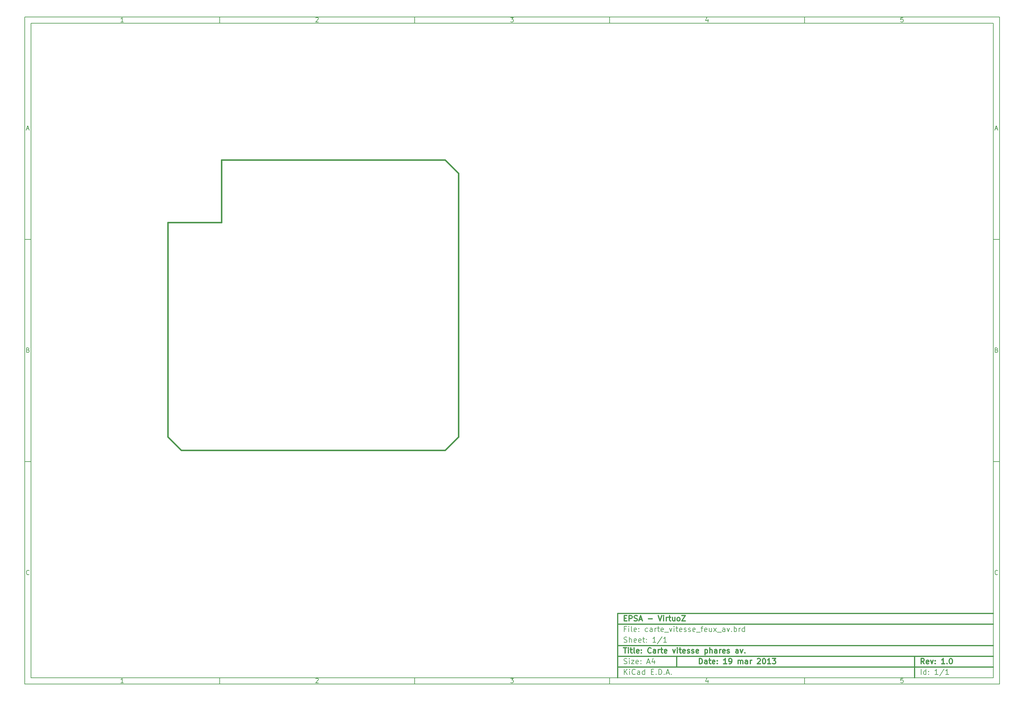
<source format=gbr>
G04 (created by PCBNEW-RS274X (2012-01-19 BZR 3256)-stable) date 19/03/2013 15:01:36*
G01*
G70*
G90*
%MOIN*%
G04 Gerber Fmt 3.4, Leading zero omitted, Abs format*
%FSLAX34Y34*%
G04 APERTURE LIST*
%ADD10C,0.006000*%
%ADD11C,0.012000*%
%ADD12C,0.015000*%
G04 APERTURE END LIST*
G54D10*
X04000Y-04000D02*
X113000Y-04000D01*
X113000Y-78670D01*
X04000Y-78670D01*
X04000Y-04000D01*
X04700Y-04700D02*
X112300Y-04700D01*
X112300Y-77970D01*
X04700Y-77970D01*
X04700Y-04700D01*
X25800Y-04000D02*
X25800Y-04700D01*
X15043Y-04552D02*
X14757Y-04552D01*
X14900Y-04552D02*
X14900Y-04052D01*
X14852Y-04124D01*
X14805Y-04171D01*
X14757Y-04195D01*
X25800Y-78670D02*
X25800Y-77970D01*
X15043Y-78522D02*
X14757Y-78522D01*
X14900Y-78522D02*
X14900Y-78022D01*
X14852Y-78094D01*
X14805Y-78141D01*
X14757Y-78165D01*
X47600Y-04000D02*
X47600Y-04700D01*
X36557Y-04100D02*
X36581Y-04076D01*
X36629Y-04052D01*
X36748Y-04052D01*
X36795Y-04076D01*
X36819Y-04100D01*
X36843Y-04148D01*
X36843Y-04195D01*
X36819Y-04267D01*
X36533Y-04552D01*
X36843Y-04552D01*
X47600Y-78670D02*
X47600Y-77970D01*
X36557Y-78070D02*
X36581Y-78046D01*
X36629Y-78022D01*
X36748Y-78022D01*
X36795Y-78046D01*
X36819Y-78070D01*
X36843Y-78118D01*
X36843Y-78165D01*
X36819Y-78237D01*
X36533Y-78522D01*
X36843Y-78522D01*
X69400Y-04000D02*
X69400Y-04700D01*
X58333Y-04052D02*
X58643Y-04052D01*
X58476Y-04243D01*
X58548Y-04243D01*
X58595Y-04267D01*
X58619Y-04290D01*
X58643Y-04338D01*
X58643Y-04457D01*
X58619Y-04505D01*
X58595Y-04529D01*
X58548Y-04552D01*
X58405Y-04552D01*
X58357Y-04529D01*
X58333Y-04505D01*
X69400Y-78670D02*
X69400Y-77970D01*
X58333Y-78022D02*
X58643Y-78022D01*
X58476Y-78213D01*
X58548Y-78213D01*
X58595Y-78237D01*
X58619Y-78260D01*
X58643Y-78308D01*
X58643Y-78427D01*
X58619Y-78475D01*
X58595Y-78499D01*
X58548Y-78522D01*
X58405Y-78522D01*
X58357Y-78499D01*
X58333Y-78475D01*
X91200Y-04000D02*
X91200Y-04700D01*
X80395Y-04219D02*
X80395Y-04552D01*
X80276Y-04029D02*
X80157Y-04386D01*
X80467Y-04386D01*
X91200Y-78670D02*
X91200Y-77970D01*
X80395Y-78189D02*
X80395Y-78522D01*
X80276Y-77999D02*
X80157Y-78356D01*
X80467Y-78356D01*
X102219Y-04052D02*
X101981Y-04052D01*
X101957Y-04290D01*
X101981Y-04267D01*
X102029Y-04243D01*
X102148Y-04243D01*
X102195Y-04267D01*
X102219Y-04290D01*
X102243Y-04338D01*
X102243Y-04457D01*
X102219Y-04505D01*
X102195Y-04529D01*
X102148Y-04552D01*
X102029Y-04552D01*
X101981Y-04529D01*
X101957Y-04505D01*
X102219Y-78022D02*
X101981Y-78022D01*
X101957Y-78260D01*
X101981Y-78237D01*
X102029Y-78213D01*
X102148Y-78213D01*
X102195Y-78237D01*
X102219Y-78260D01*
X102243Y-78308D01*
X102243Y-78427D01*
X102219Y-78475D01*
X102195Y-78499D01*
X102148Y-78522D01*
X102029Y-78522D01*
X101981Y-78499D01*
X101957Y-78475D01*
X04000Y-28890D02*
X04700Y-28890D01*
X04231Y-16510D02*
X04469Y-16510D01*
X04184Y-16652D02*
X04350Y-16152D01*
X04517Y-16652D01*
X113000Y-28890D02*
X112300Y-28890D01*
X112531Y-16510D02*
X112769Y-16510D01*
X112484Y-16652D02*
X112650Y-16152D01*
X112817Y-16652D01*
X04000Y-53780D02*
X04700Y-53780D01*
X04386Y-41280D02*
X04457Y-41304D01*
X04481Y-41328D01*
X04505Y-41376D01*
X04505Y-41447D01*
X04481Y-41495D01*
X04457Y-41519D01*
X04410Y-41542D01*
X04219Y-41542D01*
X04219Y-41042D01*
X04386Y-41042D01*
X04433Y-41066D01*
X04457Y-41090D01*
X04481Y-41138D01*
X04481Y-41185D01*
X04457Y-41233D01*
X04433Y-41257D01*
X04386Y-41280D01*
X04219Y-41280D01*
X113000Y-53780D02*
X112300Y-53780D01*
X112686Y-41280D02*
X112757Y-41304D01*
X112781Y-41328D01*
X112805Y-41376D01*
X112805Y-41447D01*
X112781Y-41495D01*
X112757Y-41519D01*
X112710Y-41542D01*
X112519Y-41542D01*
X112519Y-41042D01*
X112686Y-41042D01*
X112733Y-41066D01*
X112757Y-41090D01*
X112781Y-41138D01*
X112781Y-41185D01*
X112757Y-41233D01*
X112733Y-41257D01*
X112686Y-41280D01*
X112519Y-41280D01*
X04505Y-66385D02*
X04481Y-66409D01*
X04410Y-66432D01*
X04362Y-66432D01*
X04290Y-66409D01*
X04243Y-66361D01*
X04219Y-66313D01*
X04195Y-66218D01*
X04195Y-66147D01*
X04219Y-66051D01*
X04243Y-66004D01*
X04290Y-65956D01*
X04362Y-65932D01*
X04410Y-65932D01*
X04481Y-65956D01*
X04505Y-65980D01*
X112805Y-66385D02*
X112781Y-66409D01*
X112710Y-66432D01*
X112662Y-66432D01*
X112590Y-66409D01*
X112543Y-66361D01*
X112519Y-66313D01*
X112495Y-66218D01*
X112495Y-66147D01*
X112519Y-66051D01*
X112543Y-66004D01*
X112590Y-65956D01*
X112662Y-65932D01*
X112710Y-65932D01*
X112781Y-65956D01*
X112805Y-65980D01*
G54D11*
X79443Y-76413D02*
X79443Y-75813D01*
X79586Y-75813D01*
X79671Y-75841D01*
X79729Y-75899D01*
X79757Y-75956D01*
X79786Y-76070D01*
X79786Y-76156D01*
X79757Y-76270D01*
X79729Y-76327D01*
X79671Y-76384D01*
X79586Y-76413D01*
X79443Y-76413D01*
X80300Y-76413D02*
X80300Y-76099D01*
X80271Y-76041D01*
X80214Y-76013D01*
X80100Y-76013D01*
X80043Y-76041D01*
X80300Y-76384D02*
X80243Y-76413D01*
X80100Y-76413D01*
X80043Y-76384D01*
X80014Y-76327D01*
X80014Y-76270D01*
X80043Y-76213D01*
X80100Y-76184D01*
X80243Y-76184D01*
X80300Y-76156D01*
X80500Y-76013D02*
X80729Y-76013D01*
X80586Y-75813D02*
X80586Y-76327D01*
X80614Y-76384D01*
X80672Y-76413D01*
X80729Y-76413D01*
X81157Y-76384D02*
X81100Y-76413D01*
X80986Y-76413D01*
X80929Y-76384D01*
X80900Y-76327D01*
X80900Y-76099D01*
X80929Y-76041D01*
X80986Y-76013D01*
X81100Y-76013D01*
X81157Y-76041D01*
X81186Y-76099D01*
X81186Y-76156D01*
X80900Y-76213D01*
X81443Y-76356D02*
X81471Y-76384D01*
X81443Y-76413D01*
X81414Y-76384D01*
X81443Y-76356D01*
X81443Y-76413D01*
X81443Y-76041D02*
X81471Y-76070D01*
X81443Y-76099D01*
X81414Y-76070D01*
X81443Y-76041D01*
X81443Y-76099D01*
X82500Y-76413D02*
X82157Y-76413D01*
X82329Y-76413D02*
X82329Y-75813D01*
X82272Y-75899D01*
X82214Y-75956D01*
X82157Y-75984D01*
X82785Y-76413D02*
X82900Y-76413D01*
X82957Y-76384D01*
X82985Y-76356D01*
X83043Y-76270D01*
X83071Y-76156D01*
X83071Y-75927D01*
X83043Y-75870D01*
X83014Y-75841D01*
X82957Y-75813D01*
X82843Y-75813D01*
X82785Y-75841D01*
X82757Y-75870D01*
X82728Y-75927D01*
X82728Y-76070D01*
X82757Y-76127D01*
X82785Y-76156D01*
X82843Y-76184D01*
X82957Y-76184D01*
X83014Y-76156D01*
X83043Y-76127D01*
X83071Y-76070D01*
X83785Y-76413D02*
X83785Y-76013D01*
X83785Y-76070D02*
X83813Y-76041D01*
X83871Y-76013D01*
X83956Y-76013D01*
X84013Y-76041D01*
X84042Y-76099D01*
X84042Y-76413D01*
X84042Y-76099D02*
X84071Y-76041D01*
X84128Y-76013D01*
X84213Y-76013D01*
X84271Y-76041D01*
X84299Y-76099D01*
X84299Y-76413D01*
X84842Y-76413D02*
X84842Y-76099D01*
X84813Y-76041D01*
X84756Y-76013D01*
X84642Y-76013D01*
X84585Y-76041D01*
X84842Y-76384D02*
X84785Y-76413D01*
X84642Y-76413D01*
X84585Y-76384D01*
X84556Y-76327D01*
X84556Y-76270D01*
X84585Y-76213D01*
X84642Y-76184D01*
X84785Y-76184D01*
X84842Y-76156D01*
X85128Y-76413D02*
X85128Y-76013D01*
X85128Y-76127D02*
X85156Y-76070D01*
X85185Y-76041D01*
X85242Y-76013D01*
X85299Y-76013D01*
X85927Y-75870D02*
X85956Y-75841D01*
X86013Y-75813D01*
X86156Y-75813D01*
X86213Y-75841D01*
X86242Y-75870D01*
X86270Y-75927D01*
X86270Y-75984D01*
X86242Y-76070D01*
X85899Y-76413D01*
X86270Y-76413D01*
X86641Y-75813D02*
X86698Y-75813D01*
X86755Y-75841D01*
X86784Y-75870D01*
X86813Y-75927D01*
X86841Y-76041D01*
X86841Y-76184D01*
X86813Y-76299D01*
X86784Y-76356D01*
X86755Y-76384D01*
X86698Y-76413D01*
X86641Y-76413D01*
X86584Y-76384D01*
X86555Y-76356D01*
X86527Y-76299D01*
X86498Y-76184D01*
X86498Y-76041D01*
X86527Y-75927D01*
X86555Y-75870D01*
X86584Y-75841D01*
X86641Y-75813D01*
X87412Y-76413D02*
X87069Y-76413D01*
X87241Y-76413D02*
X87241Y-75813D01*
X87184Y-75899D01*
X87126Y-75956D01*
X87069Y-75984D01*
X87612Y-75813D02*
X87983Y-75813D01*
X87783Y-76041D01*
X87869Y-76041D01*
X87926Y-76070D01*
X87955Y-76099D01*
X87983Y-76156D01*
X87983Y-76299D01*
X87955Y-76356D01*
X87926Y-76384D01*
X87869Y-76413D01*
X87697Y-76413D01*
X87640Y-76384D01*
X87612Y-76356D01*
G54D10*
X71043Y-77613D02*
X71043Y-77013D01*
X71386Y-77613D02*
X71129Y-77270D01*
X71386Y-77013D02*
X71043Y-77356D01*
X71643Y-77613D02*
X71643Y-77213D01*
X71643Y-77013D02*
X71614Y-77041D01*
X71643Y-77070D01*
X71671Y-77041D01*
X71643Y-77013D01*
X71643Y-77070D01*
X72272Y-77556D02*
X72243Y-77584D01*
X72157Y-77613D01*
X72100Y-77613D01*
X72015Y-77584D01*
X71957Y-77527D01*
X71929Y-77470D01*
X71900Y-77356D01*
X71900Y-77270D01*
X71929Y-77156D01*
X71957Y-77099D01*
X72015Y-77041D01*
X72100Y-77013D01*
X72157Y-77013D01*
X72243Y-77041D01*
X72272Y-77070D01*
X72786Y-77613D02*
X72786Y-77299D01*
X72757Y-77241D01*
X72700Y-77213D01*
X72586Y-77213D01*
X72529Y-77241D01*
X72786Y-77584D02*
X72729Y-77613D01*
X72586Y-77613D01*
X72529Y-77584D01*
X72500Y-77527D01*
X72500Y-77470D01*
X72529Y-77413D01*
X72586Y-77384D01*
X72729Y-77384D01*
X72786Y-77356D01*
X73329Y-77613D02*
X73329Y-77013D01*
X73329Y-77584D02*
X73272Y-77613D01*
X73158Y-77613D01*
X73100Y-77584D01*
X73072Y-77556D01*
X73043Y-77499D01*
X73043Y-77327D01*
X73072Y-77270D01*
X73100Y-77241D01*
X73158Y-77213D01*
X73272Y-77213D01*
X73329Y-77241D01*
X74072Y-77299D02*
X74272Y-77299D01*
X74358Y-77613D02*
X74072Y-77613D01*
X74072Y-77013D01*
X74358Y-77013D01*
X74615Y-77556D02*
X74643Y-77584D01*
X74615Y-77613D01*
X74586Y-77584D01*
X74615Y-77556D01*
X74615Y-77613D01*
X74901Y-77613D02*
X74901Y-77013D01*
X75044Y-77013D01*
X75129Y-77041D01*
X75187Y-77099D01*
X75215Y-77156D01*
X75244Y-77270D01*
X75244Y-77356D01*
X75215Y-77470D01*
X75187Y-77527D01*
X75129Y-77584D01*
X75044Y-77613D01*
X74901Y-77613D01*
X75501Y-77556D02*
X75529Y-77584D01*
X75501Y-77613D01*
X75472Y-77584D01*
X75501Y-77556D01*
X75501Y-77613D01*
X75758Y-77441D02*
X76044Y-77441D01*
X75701Y-77613D02*
X75901Y-77013D01*
X76101Y-77613D01*
X76301Y-77556D02*
X76329Y-77584D01*
X76301Y-77613D01*
X76272Y-77584D01*
X76301Y-77556D01*
X76301Y-77613D01*
G54D11*
X104586Y-76413D02*
X104386Y-76127D01*
X104243Y-76413D02*
X104243Y-75813D01*
X104471Y-75813D01*
X104529Y-75841D01*
X104557Y-75870D01*
X104586Y-75927D01*
X104586Y-76013D01*
X104557Y-76070D01*
X104529Y-76099D01*
X104471Y-76127D01*
X104243Y-76127D01*
X105071Y-76384D02*
X105014Y-76413D01*
X104900Y-76413D01*
X104843Y-76384D01*
X104814Y-76327D01*
X104814Y-76099D01*
X104843Y-76041D01*
X104900Y-76013D01*
X105014Y-76013D01*
X105071Y-76041D01*
X105100Y-76099D01*
X105100Y-76156D01*
X104814Y-76213D01*
X105300Y-76013D02*
X105443Y-76413D01*
X105585Y-76013D01*
X105814Y-76356D02*
X105842Y-76384D01*
X105814Y-76413D01*
X105785Y-76384D01*
X105814Y-76356D01*
X105814Y-76413D01*
X105814Y-76041D02*
X105842Y-76070D01*
X105814Y-76099D01*
X105785Y-76070D01*
X105814Y-76041D01*
X105814Y-76099D01*
X106871Y-76413D02*
X106528Y-76413D01*
X106700Y-76413D02*
X106700Y-75813D01*
X106643Y-75899D01*
X106585Y-75956D01*
X106528Y-75984D01*
X107128Y-76356D02*
X107156Y-76384D01*
X107128Y-76413D01*
X107099Y-76384D01*
X107128Y-76356D01*
X107128Y-76413D01*
X107528Y-75813D02*
X107585Y-75813D01*
X107642Y-75841D01*
X107671Y-75870D01*
X107700Y-75927D01*
X107728Y-76041D01*
X107728Y-76184D01*
X107700Y-76299D01*
X107671Y-76356D01*
X107642Y-76384D01*
X107585Y-76413D01*
X107528Y-76413D01*
X107471Y-76384D01*
X107442Y-76356D01*
X107414Y-76299D01*
X107385Y-76184D01*
X107385Y-76041D01*
X107414Y-75927D01*
X107442Y-75870D01*
X107471Y-75841D01*
X107528Y-75813D01*
G54D10*
X71014Y-76384D02*
X71100Y-76413D01*
X71243Y-76413D01*
X71300Y-76384D01*
X71329Y-76356D01*
X71357Y-76299D01*
X71357Y-76241D01*
X71329Y-76184D01*
X71300Y-76156D01*
X71243Y-76127D01*
X71129Y-76099D01*
X71071Y-76070D01*
X71043Y-76041D01*
X71014Y-75984D01*
X71014Y-75927D01*
X71043Y-75870D01*
X71071Y-75841D01*
X71129Y-75813D01*
X71271Y-75813D01*
X71357Y-75841D01*
X71614Y-76413D02*
X71614Y-76013D01*
X71614Y-75813D02*
X71585Y-75841D01*
X71614Y-75870D01*
X71642Y-75841D01*
X71614Y-75813D01*
X71614Y-75870D01*
X71843Y-76013D02*
X72157Y-76013D01*
X71843Y-76413D01*
X72157Y-76413D01*
X72614Y-76384D02*
X72557Y-76413D01*
X72443Y-76413D01*
X72386Y-76384D01*
X72357Y-76327D01*
X72357Y-76099D01*
X72386Y-76041D01*
X72443Y-76013D01*
X72557Y-76013D01*
X72614Y-76041D01*
X72643Y-76099D01*
X72643Y-76156D01*
X72357Y-76213D01*
X72900Y-76356D02*
X72928Y-76384D01*
X72900Y-76413D01*
X72871Y-76384D01*
X72900Y-76356D01*
X72900Y-76413D01*
X72900Y-76041D02*
X72928Y-76070D01*
X72900Y-76099D01*
X72871Y-76070D01*
X72900Y-76041D01*
X72900Y-76099D01*
X73614Y-76241D02*
X73900Y-76241D01*
X73557Y-76413D02*
X73757Y-75813D01*
X73957Y-76413D01*
X74414Y-76013D02*
X74414Y-76413D01*
X74271Y-75784D02*
X74128Y-76213D01*
X74500Y-76213D01*
X104243Y-77613D02*
X104243Y-77013D01*
X104786Y-77613D02*
X104786Y-77013D01*
X104786Y-77584D02*
X104729Y-77613D01*
X104615Y-77613D01*
X104557Y-77584D01*
X104529Y-77556D01*
X104500Y-77499D01*
X104500Y-77327D01*
X104529Y-77270D01*
X104557Y-77241D01*
X104615Y-77213D01*
X104729Y-77213D01*
X104786Y-77241D01*
X105072Y-77556D02*
X105100Y-77584D01*
X105072Y-77613D01*
X105043Y-77584D01*
X105072Y-77556D01*
X105072Y-77613D01*
X105072Y-77241D02*
X105100Y-77270D01*
X105072Y-77299D01*
X105043Y-77270D01*
X105072Y-77241D01*
X105072Y-77299D01*
X106129Y-77613D02*
X105786Y-77613D01*
X105958Y-77613D02*
X105958Y-77013D01*
X105901Y-77099D01*
X105843Y-77156D01*
X105786Y-77184D01*
X106814Y-76984D02*
X106300Y-77756D01*
X107329Y-77613D02*
X106986Y-77613D01*
X107158Y-77613D02*
X107158Y-77013D01*
X107101Y-77099D01*
X107043Y-77156D01*
X106986Y-77184D01*
G54D11*
X70957Y-74613D02*
X71300Y-74613D01*
X71129Y-75213D02*
X71129Y-74613D01*
X71500Y-75213D02*
X71500Y-74813D01*
X71500Y-74613D02*
X71471Y-74641D01*
X71500Y-74670D01*
X71528Y-74641D01*
X71500Y-74613D01*
X71500Y-74670D01*
X71700Y-74813D02*
X71929Y-74813D01*
X71786Y-74613D02*
X71786Y-75127D01*
X71814Y-75184D01*
X71872Y-75213D01*
X71929Y-75213D01*
X72215Y-75213D02*
X72157Y-75184D01*
X72129Y-75127D01*
X72129Y-74613D01*
X72671Y-75184D02*
X72614Y-75213D01*
X72500Y-75213D01*
X72443Y-75184D01*
X72414Y-75127D01*
X72414Y-74899D01*
X72443Y-74841D01*
X72500Y-74813D01*
X72614Y-74813D01*
X72671Y-74841D01*
X72700Y-74899D01*
X72700Y-74956D01*
X72414Y-75013D01*
X72957Y-75156D02*
X72985Y-75184D01*
X72957Y-75213D01*
X72928Y-75184D01*
X72957Y-75156D01*
X72957Y-75213D01*
X72957Y-74841D02*
X72985Y-74870D01*
X72957Y-74899D01*
X72928Y-74870D01*
X72957Y-74841D01*
X72957Y-74899D01*
X74043Y-75156D02*
X74014Y-75184D01*
X73928Y-75213D01*
X73871Y-75213D01*
X73786Y-75184D01*
X73728Y-75127D01*
X73700Y-75070D01*
X73671Y-74956D01*
X73671Y-74870D01*
X73700Y-74756D01*
X73728Y-74699D01*
X73786Y-74641D01*
X73871Y-74613D01*
X73928Y-74613D01*
X74014Y-74641D01*
X74043Y-74670D01*
X74557Y-75213D02*
X74557Y-74899D01*
X74528Y-74841D01*
X74471Y-74813D01*
X74357Y-74813D01*
X74300Y-74841D01*
X74557Y-75184D02*
X74500Y-75213D01*
X74357Y-75213D01*
X74300Y-75184D01*
X74271Y-75127D01*
X74271Y-75070D01*
X74300Y-75013D01*
X74357Y-74984D01*
X74500Y-74984D01*
X74557Y-74956D01*
X74843Y-75213D02*
X74843Y-74813D01*
X74843Y-74927D02*
X74871Y-74870D01*
X74900Y-74841D01*
X74957Y-74813D01*
X75014Y-74813D01*
X75128Y-74813D02*
X75357Y-74813D01*
X75214Y-74613D02*
X75214Y-75127D01*
X75242Y-75184D01*
X75300Y-75213D01*
X75357Y-75213D01*
X75785Y-75184D02*
X75728Y-75213D01*
X75614Y-75213D01*
X75557Y-75184D01*
X75528Y-75127D01*
X75528Y-74899D01*
X75557Y-74841D01*
X75614Y-74813D01*
X75728Y-74813D01*
X75785Y-74841D01*
X75814Y-74899D01*
X75814Y-74956D01*
X75528Y-75013D01*
X76471Y-74813D02*
X76614Y-75213D01*
X76756Y-74813D01*
X76985Y-75213D02*
X76985Y-74813D01*
X76985Y-74613D02*
X76956Y-74641D01*
X76985Y-74670D01*
X77013Y-74641D01*
X76985Y-74613D01*
X76985Y-74670D01*
X77185Y-74813D02*
X77414Y-74813D01*
X77271Y-74613D02*
X77271Y-75127D01*
X77299Y-75184D01*
X77357Y-75213D01*
X77414Y-75213D01*
X77842Y-75184D02*
X77785Y-75213D01*
X77671Y-75213D01*
X77614Y-75184D01*
X77585Y-75127D01*
X77585Y-74899D01*
X77614Y-74841D01*
X77671Y-74813D01*
X77785Y-74813D01*
X77842Y-74841D01*
X77871Y-74899D01*
X77871Y-74956D01*
X77585Y-75013D01*
X78099Y-75184D02*
X78156Y-75213D01*
X78271Y-75213D01*
X78328Y-75184D01*
X78356Y-75127D01*
X78356Y-75099D01*
X78328Y-75041D01*
X78271Y-75013D01*
X78185Y-75013D01*
X78128Y-74984D01*
X78099Y-74927D01*
X78099Y-74899D01*
X78128Y-74841D01*
X78185Y-74813D01*
X78271Y-74813D01*
X78328Y-74841D01*
X78585Y-75184D02*
X78642Y-75213D01*
X78757Y-75213D01*
X78814Y-75184D01*
X78842Y-75127D01*
X78842Y-75099D01*
X78814Y-75041D01*
X78757Y-75013D01*
X78671Y-75013D01*
X78614Y-74984D01*
X78585Y-74927D01*
X78585Y-74899D01*
X78614Y-74841D01*
X78671Y-74813D01*
X78757Y-74813D01*
X78814Y-74841D01*
X79328Y-75184D02*
X79271Y-75213D01*
X79157Y-75213D01*
X79100Y-75184D01*
X79071Y-75127D01*
X79071Y-74899D01*
X79100Y-74841D01*
X79157Y-74813D01*
X79271Y-74813D01*
X79328Y-74841D01*
X79357Y-74899D01*
X79357Y-74956D01*
X79071Y-75013D01*
X80071Y-74813D02*
X80071Y-75413D01*
X80071Y-74841D02*
X80128Y-74813D01*
X80242Y-74813D01*
X80299Y-74841D01*
X80328Y-74870D01*
X80357Y-74927D01*
X80357Y-75099D01*
X80328Y-75156D01*
X80299Y-75184D01*
X80242Y-75213D01*
X80128Y-75213D01*
X80071Y-75184D01*
X80614Y-75213D02*
X80614Y-74613D01*
X80871Y-75213D02*
X80871Y-74899D01*
X80842Y-74841D01*
X80785Y-74813D01*
X80700Y-74813D01*
X80642Y-74841D01*
X80614Y-74870D01*
X81414Y-75213D02*
X81414Y-74899D01*
X81385Y-74841D01*
X81328Y-74813D01*
X81214Y-74813D01*
X81157Y-74841D01*
X81414Y-75184D02*
X81357Y-75213D01*
X81214Y-75213D01*
X81157Y-75184D01*
X81128Y-75127D01*
X81128Y-75070D01*
X81157Y-75013D01*
X81214Y-74984D01*
X81357Y-74984D01*
X81414Y-74956D01*
X81700Y-75213D02*
X81700Y-74813D01*
X81700Y-74927D02*
X81728Y-74870D01*
X81757Y-74841D01*
X81814Y-74813D01*
X81871Y-74813D01*
X82299Y-75184D02*
X82242Y-75213D01*
X82128Y-75213D01*
X82071Y-75184D01*
X82042Y-75127D01*
X82042Y-74899D01*
X82071Y-74841D01*
X82128Y-74813D01*
X82242Y-74813D01*
X82299Y-74841D01*
X82328Y-74899D01*
X82328Y-74956D01*
X82042Y-75013D01*
X82556Y-75184D02*
X82613Y-75213D01*
X82728Y-75213D01*
X82785Y-75184D01*
X82813Y-75127D01*
X82813Y-75099D01*
X82785Y-75041D01*
X82728Y-75013D01*
X82642Y-75013D01*
X82585Y-74984D01*
X82556Y-74927D01*
X82556Y-74899D01*
X82585Y-74841D01*
X82642Y-74813D01*
X82728Y-74813D01*
X82785Y-74841D01*
X83785Y-75213D02*
X83785Y-74899D01*
X83756Y-74841D01*
X83699Y-74813D01*
X83585Y-74813D01*
X83528Y-74841D01*
X83785Y-75184D02*
X83728Y-75213D01*
X83585Y-75213D01*
X83528Y-75184D01*
X83499Y-75127D01*
X83499Y-75070D01*
X83528Y-75013D01*
X83585Y-74984D01*
X83728Y-74984D01*
X83785Y-74956D01*
X84014Y-74813D02*
X84157Y-75213D01*
X84299Y-74813D01*
X84528Y-75156D02*
X84556Y-75184D01*
X84528Y-75213D01*
X84499Y-75184D01*
X84528Y-75156D01*
X84528Y-75213D01*
G54D10*
X71243Y-72499D02*
X71043Y-72499D01*
X71043Y-72813D02*
X71043Y-72213D01*
X71329Y-72213D01*
X71557Y-72813D02*
X71557Y-72413D01*
X71557Y-72213D02*
X71528Y-72241D01*
X71557Y-72270D01*
X71585Y-72241D01*
X71557Y-72213D01*
X71557Y-72270D01*
X71929Y-72813D02*
X71871Y-72784D01*
X71843Y-72727D01*
X71843Y-72213D01*
X72385Y-72784D02*
X72328Y-72813D01*
X72214Y-72813D01*
X72157Y-72784D01*
X72128Y-72727D01*
X72128Y-72499D01*
X72157Y-72441D01*
X72214Y-72413D01*
X72328Y-72413D01*
X72385Y-72441D01*
X72414Y-72499D01*
X72414Y-72556D01*
X72128Y-72613D01*
X72671Y-72756D02*
X72699Y-72784D01*
X72671Y-72813D01*
X72642Y-72784D01*
X72671Y-72756D01*
X72671Y-72813D01*
X72671Y-72441D02*
X72699Y-72470D01*
X72671Y-72499D01*
X72642Y-72470D01*
X72671Y-72441D01*
X72671Y-72499D01*
X73671Y-72784D02*
X73614Y-72813D01*
X73500Y-72813D01*
X73442Y-72784D01*
X73414Y-72756D01*
X73385Y-72699D01*
X73385Y-72527D01*
X73414Y-72470D01*
X73442Y-72441D01*
X73500Y-72413D01*
X73614Y-72413D01*
X73671Y-72441D01*
X74185Y-72813D02*
X74185Y-72499D01*
X74156Y-72441D01*
X74099Y-72413D01*
X73985Y-72413D01*
X73928Y-72441D01*
X74185Y-72784D02*
X74128Y-72813D01*
X73985Y-72813D01*
X73928Y-72784D01*
X73899Y-72727D01*
X73899Y-72670D01*
X73928Y-72613D01*
X73985Y-72584D01*
X74128Y-72584D01*
X74185Y-72556D01*
X74471Y-72813D02*
X74471Y-72413D01*
X74471Y-72527D02*
X74499Y-72470D01*
X74528Y-72441D01*
X74585Y-72413D01*
X74642Y-72413D01*
X74756Y-72413D02*
X74985Y-72413D01*
X74842Y-72213D02*
X74842Y-72727D01*
X74870Y-72784D01*
X74928Y-72813D01*
X74985Y-72813D01*
X75413Y-72784D02*
X75356Y-72813D01*
X75242Y-72813D01*
X75185Y-72784D01*
X75156Y-72727D01*
X75156Y-72499D01*
X75185Y-72441D01*
X75242Y-72413D01*
X75356Y-72413D01*
X75413Y-72441D01*
X75442Y-72499D01*
X75442Y-72556D01*
X75156Y-72613D01*
X75556Y-72870D02*
X76013Y-72870D01*
X76099Y-72413D02*
X76242Y-72813D01*
X76384Y-72413D01*
X76613Y-72813D02*
X76613Y-72413D01*
X76613Y-72213D02*
X76584Y-72241D01*
X76613Y-72270D01*
X76641Y-72241D01*
X76613Y-72213D01*
X76613Y-72270D01*
X76813Y-72413D02*
X77042Y-72413D01*
X76899Y-72213D02*
X76899Y-72727D01*
X76927Y-72784D01*
X76985Y-72813D01*
X77042Y-72813D01*
X77470Y-72784D02*
X77413Y-72813D01*
X77299Y-72813D01*
X77242Y-72784D01*
X77213Y-72727D01*
X77213Y-72499D01*
X77242Y-72441D01*
X77299Y-72413D01*
X77413Y-72413D01*
X77470Y-72441D01*
X77499Y-72499D01*
X77499Y-72556D01*
X77213Y-72613D01*
X77727Y-72784D02*
X77784Y-72813D01*
X77899Y-72813D01*
X77956Y-72784D01*
X77984Y-72727D01*
X77984Y-72699D01*
X77956Y-72641D01*
X77899Y-72613D01*
X77813Y-72613D01*
X77756Y-72584D01*
X77727Y-72527D01*
X77727Y-72499D01*
X77756Y-72441D01*
X77813Y-72413D01*
X77899Y-72413D01*
X77956Y-72441D01*
X78213Y-72784D02*
X78270Y-72813D01*
X78385Y-72813D01*
X78442Y-72784D01*
X78470Y-72727D01*
X78470Y-72699D01*
X78442Y-72641D01*
X78385Y-72613D01*
X78299Y-72613D01*
X78242Y-72584D01*
X78213Y-72527D01*
X78213Y-72499D01*
X78242Y-72441D01*
X78299Y-72413D01*
X78385Y-72413D01*
X78442Y-72441D01*
X78956Y-72784D02*
X78899Y-72813D01*
X78785Y-72813D01*
X78728Y-72784D01*
X78699Y-72727D01*
X78699Y-72499D01*
X78728Y-72441D01*
X78785Y-72413D01*
X78899Y-72413D01*
X78956Y-72441D01*
X78985Y-72499D01*
X78985Y-72556D01*
X78699Y-72613D01*
X79099Y-72870D02*
X79556Y-72870D01*
X79613Y-72413D02*
X79842Y-72413D01*
X79699Y-72813D02*
X79699Y-72299D01*
X79727Y-72241D01*
X79785Y-72213D01*
X79842Y-72213D01*
X80270Y-72784D02*
X80213Y-72813D01*
X80099Y-72813D01*
X80042Y-72784D01*
X80013Y-72727D01*
X80013Y-72499D01*
X80042Y-72441D01*
X80099Y-72413D01*
X80213Y-72413D01*
X80270Y-72441D01*
X80299Y-72499D01*
X80299Y-72556D01*
X80013Y-72613D01*
X80813Y-72413D02*
X80813Y-72813D01*
X80556Y-72413D02*
X80556Y-72727D01*
X80584Y-72784D01*
X80642Y-72813D01*
X80727Y-72813D01*
X80784Y-72784D01*
X80813Y-72756D01*
X81042Y-72813D02*
X81356Y-72413D01*
X81042Y-72413D02*
X81356Y-72813D01*
X81442Y-72870D02*
X81899Y-72870D01*
X82299Y-72813D02*
X82299Y-72499D01*
X82270Y-72441D01*
X82213Y-72413D01*
X82099Y-72413D01*
X82042Y-72441D01*
X82299Y-72784D02*
X82242Y-72813D01*
X82099Y-72813D01*
X82042Y-72784D01*
X82013Y-72727D01*
X82013Y-72670D01*
X82042Y-72613D01*
X82099Y-72584D01*
X82242Y-72584D01*
X82299Y-72556D01*
X82528Y-72413D02*
X82671Y-72813D01*
X82813Y-72413D01*
X83042Y-72756D02*
X83070Y-72784D01*
X83042Y-72813D01*
X83013Y-72784D01*
X83042Y-72756D01*
X83042Y-72813D01*
X83328Y-72813D02*
X83328Y-72213D01*
X83328Y-72441D02*
X83385Y-72413D01*
X83499Y-72413D01*
X83556Y-72441D01*
X83585Y-72470D01*
X83614Y-72527D01*
X83614Y-72699D01*
X83585Y-72756D01*
X83556Y-72784D01*
X83499Y-72813D01*
X83385Y-72813D01*
X83328Y-72784D01*
X83871Y-72813D02*
X83871Y-72413D01*
X83871Y-72527D02*
X83899Y-72470D01*
X83928Y-72441D01*
X83985Y-72413D01*
X84042Y-72413D01*
X84499Y-72813D02*
X84499Y-72213D01*
X84499Y-72784D02*
X84442Y-72813D01*
X84328Y-72813D01*
X84270Y-72784D01*
X84242Y-72756D01*
X84213Y-72699D01*
X84213Y-72527D01*
X84242Y-72470D01*
X84270Y-72441D01*
X84328Y-72413D01*
X84442Y-72413D01*
X84499Y-72441D01*
X71014Y-73984D02*
X71100Y-74013D01*
X71243Y-74013D01*
X71300Y-73984D01*
X71329Y-73956D01*
X71357Y-73899D01*
X71357Y-73841D01*
X71329Y-73784D01*
X71300Y-73756D01*
X71243Y-73727D01*
X71129Y-73699D01*
X71071Y-73670D01*
X71043Y-73641D01*
X71014Y-73584D01*
X71014Y-73527D01*
X71043Y-73470D01*
X71071Y-73441D01*
X71129Y-73413D01*
X71271Y-73413D01*
X71357Y-73441D01*
X71614Y-74013D02*
X71614Y-73413D01*
X71871Y-74013D02*
X71871Y-73699D01*
X71842Y-73641D01*
X71785Y-73613D01*
X71700Y-73613D01*
X71642Y-73641D01*
X71614Y-73670D01*
X72385Y-73984D02*
X72328Y-74013D01*
X72214Y-74013D01*
X72157Y-73984D01*
X72128Y-73927D01*
X72128Y-73699D01*
X72157Y-73641D01*
X72214Y-73613D01*
X72328Y-73613D01*
X72385Y-73641D01*
X72414Y-73699D01*
X72414Y-73756D01*
X72128Y-73813D01*
X72899Y-73984D02*
X72842Y-74013D01*
X72728Y-74013D01*
X72671Y-73984D01*
X72642Y-73927D01*
X72642Y-73699D01*
X72671Y-73641D01*
X72728Y-73613D01*
X72842Y-73613D01*
X72899Y-73641D01*
X72928Y-73699D01*
X72928Y-73756D01*
X72642Y-73813D01*
X73099Y-73613D02*
X73328Y-73613D01*
X73185Y-73413D02*
X73185Y-73927D01*
X73213Y-73984D01*
X73271Y-74013D01*
X73328Y-74013D01*
X73528Y-73956D02*
X73556Y-73984D01*
X73528Y-74013D01*
X73499Y-73984D01*
X73528Y-73956D01*
X73528Y-74013D01*
X73528Y-73641D02*
X73556Y-73670D01*
X73528Y-73699D01*
X73499Y-73670D01*
X73528Y-73641D01*
X73528Y-73699D01*
X74585Y-74013D02*
X74242Y-74013D01*
X74414Y-74013D02*
X74414Y-73413D01*
X74357Y-73499D01*
X74299Y-73556D01*
X74242Y-73584D01*
X75270Y-73384D02*
X74756Y-74156D01*
X75785Y-74013D02*
X75442Y-74013D01*
X75614Y-74013D02*
X75614Y-73413D01*
X75557Y-73499D01*
X75499Y-73556D01*
X75442Y-73584D01*
G54D11*
X71043Y-71299D02*
X71243Y-71299D01*
X71329Y-71613D02*
X71043Y-71613D01*
X71043Y-71013D01*
X71329Y-71013D01*
X71586Y-71613D02*
X71586Y-71013D01*
X71814Y-71013D01*
X71872Y-71041D01*
X71900Y-71070D01*
X71929Y-71127D01*
X71929Y-71213D01*
X71900Y-71270D01*
X71872Y-71299D01*
X71814Y-71327D01*
X71586Y-71327D01*
X72157Y-71584D02*
X72243Y-71613D01*
X72386Y-71613D01*
X72443Y-71584D01*
X72472Y-71556D01*
X72500Y-71499D01*
X72500Y-71441D01*
X72472Y-71384D01*
X72443Y-71356D01*
X72386Y-71327D01*
X72272Y-71299D01*
X72214Y-71270D01*
X72186Y-71241D01*
X72157Y-71184D01*
X72157Y-71127D01*
X72186Y-71070D01*
X72214Y-71041D01*
X72272Y-71013D01*
X72414Y-71013D01*
X72500Y-71041D01*
X72728Y-71441D02*
X73014Y-71441D01*
X72671Y-71613D02*
X72871Y-71013D01*
X73071Y-71613D01*
X73728Y-71384D02*
X74185Y-71384D01*
X74842Y-71013D02*
X75042Y-71613D01*
X75242Y-71013D01*
X75442Y-71613D02*
X75442Y-71213D01*
X75442Y-71013D02*
X75413Y-71041D01*
X75442Y-71070D01*
X75470Y-71041D01*
X75442Y-71013D01*
X75442Y-71070D01*
X75728Y-71613D02*
X75728Y-71213D01*
X75728Y-71327D02*
X75756Y-71270D01*
X75785Y-71241D01*
X75842Y-71213D01*
X75899Y-71213D01*
X76013Y-71213D02*
X76242Y-71213D01*
X76099Y-71013D02*
X76099Y-71527D01*
X76127Y-71584D01*
X76185Y-71613D01*
X76242Y-71613D01*
X76699Y-71213D02*
X76699Y-71613D01*
X76442Y-71213D02*
X76442Y-71527D01*
X76470Y-71584D01*
X76528Y-71613D01*
X76613Y-71613D01*
X76670Y-71584D01*
X76699Y-71556D01*
X77071Y-71613D02*
X77013Y-71584D01*
X76985Y-71556D01*
X76956Y-71499D01*
X76956Y-71327D01*
X76985Y-71270D01*
X77013Y-71241D01*
X77071Y-71213D01*
X77156Y-71213D01*
X77213Y-71241D01*
X77242Y-71270D01*
X77271Y-71327D01*
X77271Y-71499D01*
X77242Y-71556D01*
X77213Y-71584D01*
X77156Y-71613D01*
X77071Y-71613D01*
X77471Y-71013D02*
X77871Y-71013D01*
X77471Y-71613D01*
X77871Y-71613D01*
X70300Y-70770D02*
X70300Y-77970D01*
X70300Y-71970D02*
X112300Y-71970D01*
X70300Y-70770D02*
X112300Y-70770D01*
X70300Y-74370D02*
X112300Y-74370D01*
X103500Y-75570D02*
X103500Y-77970D01*
X70300Y-76770D02*
X112300Y-76770D01*
X70300Y-75570D02*
X112300Y-75570D01*
X76900Y-75570D02*
X76900Y-76770D01*
G54D12*
X26000Y-27000D02*
X20000Y-27000D01*
X26000Y-20000D02*
X26000Y-27000D01*
X51000Y-20000D02*
X26000Y-20000D01*
X52500Y-21500D02*
X51000Y-20000D01*
X52500Y-51000D02*
X52500Y-21500D01*
X51000Y-52500D02*
X52500Y-51000D01*
X21500Y-52500D02*
X51000Y-52500D01*
X20000Y-51000D02*
X21500Y-52500D01*
X20000Y-27000D02*
X20000Y-51000D01*
M02*

</source>
